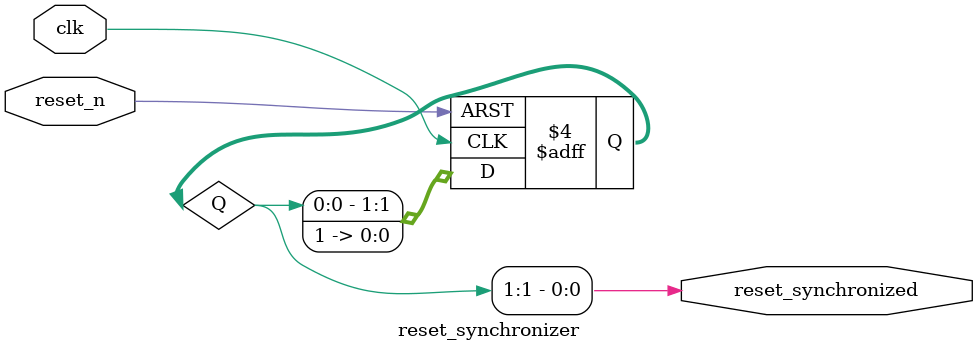
<source format=v>
module reset_synchronizer #( parameter STAGE_COUNT = 2)
(
	input clk,    // Clock
	input reset_n,  // Asynchronous reset active low

	output reset_synchronized
);
	reg [STAGE_COUNT-1:0] Q;
	integer i;
	always @(posedge clk or negedge reset_n) begin
		if(~reset_n) begin
			Q <= 0;
		end else begin
			Q[0] <= 1;
			for(i = 1; i< STAGE_COUNT; i = i+1)
				Q[i] <= Q[i-1];

		end
	end
	assign reset_synchronized = Q[STAGE_COUNT-1];

endmodule
</source>
